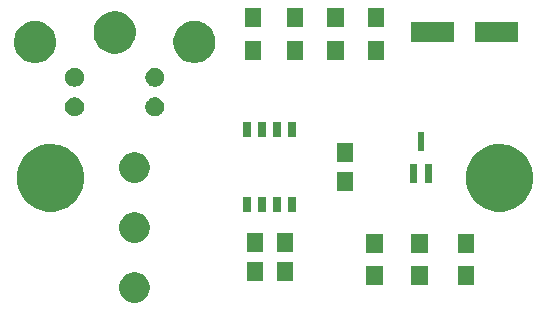
<source format=gbr>
G04 #@! TF.GenerationSoftware,KiCad,Pcbnew,(5.1.4)-1*
G04 #@! TF.CreationDate,2020-11-04T22:22:01+01:00*
G04 #@! TF.ProjectId,S-VHS ZX Spectrum Rev. D,532d5648-5320-45a5-9820-537065637472,rev?*
G04 #@! TF.SameCoordinates,Original*
G04 #@! TF.FileFunction,Soldermask,Top*
G04 #@! TF.FilePolarity,Negative*
%FSLAX46Y46*%
G04 Gerber Fmt 4.6, Leading zero omitted, Abs format (unit mm)*
G04 Created by KiCad (PCBNEW (5.1.4)-1) date 2020-11-04 22:22:01*
%MOMM*%
%LPD*%
G04 APERTURE LIST*
%ADD10C,0.150000*%
G04 APERTURE END LIST*
D10*
G36*
X146429393Y-110509304D02*
G01*
X146666101Y-110607352D01*
X146666103Y-110607353D01*
X146879135Y-110749696D01*
X147060304Y-110930865D01*
X147202647Y-111143897D01*
X147202648Y-111143899D01*
X147300696Y-111380607D01*
X147350680Y-111631893D01*
X147350680Y-111888107D01*
X147300696Y-112139393D01*
X147202648Y-112376101D01*
X147202647Y-112376103D01*
X147060304Y-112589135D01*
X146879135Y-112770304D01*
X146666103Y-112912647D01*
X146666102Y-112912648D01*
X146666101Y-112912648D01*
X146429393Y-113010696D01*
X146178107Y-113060680D01*
X145921893Y-113060680D01*
X145670607Y-113010696D01*
X145433899Y-112912648D01*
X145433898Y-112912648D01*
X145433897Y-112912647D01*
X145220865Y-112770304D01*
X145039696Y-112589135D01*
X144897353Y-112376103D01*
X144897352Y-112376101D01*
X144799304Y-112139393D01*
X144749320Y-111888107D01*
X144749320Y-111631893D01*
X144799304Y-111380607D01*
X144897352Y-111143899D01*
X144897353Y-111143897D01*
X145039696Y-110930865D01*
X145220865Y-110749696D01*
X145433897Y-110607353D01*
X145433899Y-110607352D01*
X145670607Y-110509304D01*
X145921893Y-110459320D01*
X146178107Y-110459320D01*
X146429393Y-110509304D01*
X146429393Y-110509304D01*
G37*
G36*
X174818000Y-111578000D02*
G01*
X173416000Y-111578000D01*
X173416000Y-109976000D01*
X174818000Y-109976000D01*
X174818000Y-111578000D01*
X174818000Y-111578000D01*
G37*
G36*
X167071000Y-111578000D02*
G01*
X165669000Y-111578000D01*
X165669000Y-109976000D01*
X167071000Y-109976000D01*
X167071000Y-111578000D01*
X167071000Y-111578000D01*
G37*
G36*
X170881000Y-111578000D02*
G01*
X169479000Y-111578000D01*
X169479000Y-109976000D01*
X170881000Y-109976000D01*
X170881000Y-111578000D01*
X170881000Y-111578000D01*
G37*
G36*
X159426000Y-111251000D02*
G01*
X158074000Y-111251000D01*
X158074000Y-109649000D01*
X159426000Y-109649000D01*
X159426000Y-111251000D01*
X159426000Y-111251000D01*
G37*
G36*
X156886000Y-111251000D02*
G01*
X155534000Y-111251000D01*
X155534000Y-109649000D01*
X156886000Y-109649000D01*
X156886000Y-111251000D01*
X156886000Y-111251000D01*
G37*
G36*
X174818000Y-108878000D02*
G01*
X173416000Y-108878000D01*
X173416000Y-107276000D01*
X174818000Y-107276000D01*
X174818000Y-108878000D01*
X174818000Y-108878000D01*
G37*
G36*
X170881000Y-108878000D02*
G01*
X169479000Y-108878000D01*
X169479000Y-107276000D01*
X170881000Y-107276000D01*
X170881000Y-108878000D01*
X170881000Y-108878000D01*
G37*
G36*
X167071000Y-108878000D02*
G01*
X165669000Y-108878000D01*
X165669000Y-107276000D01*
X167071000Y-107276000D01*
X167071000Y-108878000D01*
X167071000Y-108878000D01*
G37*
G36*
X159426000Y-108751000D02*
G01*
X158074000Y-108751000D01*
X158074000Y-107149000D01*
X159426000Y-107149000D01*
X159426000Y-108751000D01*
X159426000Y-108751000D01*
G37*
G36*
X156886000Y-108751000D02*
G01*
X155534000Y-108751000D01*
X155534000Y-107149000D01*
X156886000Y-107149000D01*
X156886000Y-108751000D01*
X156886000Y-108751000D01*
G37*
G36*
X146429393Y-105429304D02*
G01*
X146666101Y-105527352D01*
X146666103Y-105527353D01*
X146879135Y-105669696D01*
X147060304Y-105850865D01*
X147202647Y-106063897D01*
X147202648Y-106063899D01*
X147300696Y-106300607D01*
X147350680Y-106551893D01*
X147350680Y-106808107D01*
X147300696Y-107059393D01*
X147263579Y-107149000D01*
X147202647Y-107296103D01*
X147060304Y-107509135D01*
X146879135Y-107690304D01*
X146666103Y-107832647D01*
X146666102Y-107832648D01*
X146666101Y-107832648D01*
X146429393Y-107930696D01*
X146178107Y-107980680D01*
X145921893Y-107980680D01*
X145670607Y-107930696D01*
X145433899Y-107832648D01*
X145433898Y-107832648D01*
X145433897Y-107832647D01*
X145220865Y-107690304D01*
X145039696Y-107509135D01*
X144897353Y-107296103D01*
X144836421Y-107149000D01*
X144799304Y-107059393D01*
X144749320Y-106808107D01*
X144749320Y-106551893D01*
X144799304Y-106300607D01*
X144897352Y-106063899D01*
X144897353Y-106063897D01*
X145039696Y-105850865D01*
X145220865Y-105669696D01*
X145433897Y-105527353D01*
X145433899Y-105527352D01*
X145670607Y-105429304D01*
X145921893Y-105379320D01*
X146178107Y-105379320D01*
X146429393Y-105429304D01*
X146429393Y-105429304D01*
G37*
G36*
X155880000Y-105397500D02*
G01*
X155270000Y-105397500D01*
X155270000Y-104152500D01*
X155880000Y-104152500D01*
X155880000Y-105397500D01*
X155880000Y-105397500D01*
G37*
G36*
X159690000Y-105397500D02*
G01*
X159080000Y-105397500D01*
X159080000Y-104152500D01*
X159690000Y-104152500D01*
X159690000Y-105397500D01*
X159690000Y-105397500D01*
G37*
G36*
X157150000Y-105397500D02*
G01*
X156540000Y-105397500D01*
X156540000Y-104152500D01*
X157150000Y-104152500D01*
X157150000Y-105397500D01*
X157150000Y-105397500D01*
G37*
G36*
X158420000Y-105397500D02*
G01*
X157810000Y-105397500D01*
X157810000Y-104152500D01*
X158420000Y-104152500D01*
X158420000Y-105397500D01*
X158420000Y-105397500D01*
G37*
G36*
X177506202Y-99692781D02*
G01*
X177781606Y-99747562D01*
X178300455Y-99962476D01*
X178674524Y-100212421D01*
X178718792Y-100242000D01*
X178767407Y-100274484D01*
X179164516Y-100671593D01*
X179476524Y-101138545D01*
X179691438Y-101657394D01*
X179801000Y-102208201D01*
X179801000Y-102769799D01*
X179691438Y-103320606D01*
X179476524Y-103839455D01*
X179164516Y-104306407D01*
X178767407Y-104703516D01*
X178300455Y-105015524D01*
X177781606Y-105230438D01*
X177230800Y-105340000D01*
X176669200Y-105340000D01*
X176118394Y-105230438D01*
X175599545Y-105015524D01*
X175132593Y-104703516D01*
X174735484Y-104306407D01*
X174423476Y-103839455D01*
X174208562Y-103320606D01*
X174099000Y-102769799D01*
X174099000Y-102208201D01*
X174208562Y-101657394D01*
X174423476Y-101138545D01*
X174735484Y-100671593D01*
X175132593Y-100274484D01*
X175181209Y-100242000D01*
X175225476Y-100212421D01*
X175599545Y-99962476D01*
X176118394Y-99747562D01*
X176669200Y-99638000D01*
X177230800Y-99638000D01*
X177506202Y-99692781D01*
X177506202Y-99692781D01*
G37*
G36*
X139494202Y-99692781D02*
G01*
X139769606Y-99747562D01*
X140288455Y-99962476D01*
X140662524Y-100212421D01*
X140706792Y-100242000D01*
X140755407Y-100274484D01*
X141152516Y-100671593D01*
X141464524Y-101138545D01*
X141679438Y-101657394D01*
X141789000Y-102208201D01*
X141789000Y-102769799D01*
X141679438Y-103320606D01*
X141464524Y-103839455D01*
X141152516Y-104306407D01*
X140755407Y-104703516D01*
X140288455Y-105015524D01*
X139769606Y-105230438D01*
X139218800Y-105340000D01*
X138657200Y-105340000D01*
X138106394Y-105230438D01*
X137587545Y-105015524D01*
X137120593Y-104703516D01*
X136723484Y-104306407D01*
X136411476Y-103839455D01*
X136196562Y-103320606D01*
X136087000Y-102769799D01*
X136087000Y-102208201D01*
X136196562Y-101657394D01*
X136411476Y-101138545D01*
X136723484Y-100671593D01*
X137120593Y-100274484D01*
X137169209Y-100242000D01*
X137213476Y-100212421D01*
X137587545Y-99962476D01*
X138106394Y-99747562D01*
X138657200Y-99638000D01*
X139218800Y-99638000D01*
X139494202Y-99692781D01*
X139494202Y-99692781D01*
G37*
G36*
X164506000Y-103631000D02*
G01*
X163154000Y-103631000D01*
X163154000Y-102029000D01*
X164506000Y-102029000D01*
X164506000Y-103631000D01*
X164506000Y-103631000D01*
G37*
G36*
X169933000Y-102902000D02*
G01*
X169381000Y-102902000D01*
X169381000Y-101300000D01*
X169933000Y-101300000D01*
X169933000Y-102902000D01*
X169933000Y-102902000D01*
G37*
G36*
X171233000Y-102902000D02*
G01*
X170681000Y-102902000D01*
X170681000Y-101300000D01*
X171233000Y-101300000D01*
X171233000Y-102902000D01*
X171233000Y-102902000D01*
G37*
G36*
X146429393Y-100349304D02*
G01*
X146666101Y-100447352D01*
X146666103Y-100447353D01*
X146879135Y-100589696D01*
X147060304Y-100770865D01*
X147202647Y-100983897D01*
X147202648Y-100983899D01*
X147300696Y-101220607D01*
X147350680Y-101471893D01*
X147350680Y-101728107D01*
X147300696Y-101979393D01*
X147280148Y-102029000D01*
X147202647Y-102216103D01*
X147060304Y-102429135D01*
X146879135Y-102610304D01*
X146666103Y-102752647D01*
X146666102Y-102752648D01*
X146666101Y-102752648D01*
X146429393Y-102850696D01*
X146178107Y-102900680D01*
X145921893Y-102900680D01*
X145670607Y-102850696D01*
X145433899Y-102752648D01*
X145433898Y-102752648D01*
X145433897Y-102752647D01*
X145220865Y-102610304D01*
X145039696Y-102429135D01*
X144897353Y-102216103D01*
X144819852Y-102029000D01*
X144799304Y-101979393D01*
X144749320Y-101728107D01*
X144749320Y-101471893D01*
X144799304Y-101220607D01*
X144897352Y-100983899D01*
X144897353Y-100983897D01*
X145039696Y-100770865D01*
X145220865Y-100589696D01*
X145433897Y-100447353D01*
X145433899Y-100447352D01*
X145670607Y-100349304D01*
X145921893Y-100299320D01*
X146178107Y-100299320D01*
X146429393Y-100349304D01*
X146429393Y-100349304D01*
G37*
G36*
X164506000Y-101131000D02*
G01*
X163154000Y-101131000D01*
X163154000Y-99529000D01*
X164506000Y-99529000D01*
X164506000Y-101131000D01*
X164506000Y-101131000D01*
G37*
G36*
X170583000Y-100242000D02*
G01*
X170031000Y-100242000D01*
X170031000Y-98640000D01*
X170583000Y-98640000D01*
X170583000Y-100242000D01*
X170583000Y-100242000D01*
G37*
G36*
X159690000Y-99047500D02*
G01*
X159080000Y-99047500D01*
X159080000Y-97802500D01*
X159690000Y-97802500D01*
X159690000Y-99047500D01*
X159690000Y-99047500D01*
G37*
G36*
X158420000Y-99047500D02*
G01*
X157810000Y-99047500D01*
X157810000Y-97802500D01*
X158420000Y-97802500D01*
X158420000Y-99047500D01*
X158420000Y-99047500D01*
G37*
G36*
X157150000Y-99047500D02*
G01*
X156540000Y-99047500D01*
X156540000Y-97802500D01*
X157150000Y-97802500D01*
X157150000Y-99047500D01*
X157150000Y-99047500D01*
G37*
G36*
X155880000Y-99047500D02*
G01*
X155270000Y-99047500D01*
X155270000Y-97802500D01*
X155880000Y-97802500D01*
X155880000Y-99047500D01*
X155880000Y-99047500D01*
G37*
G36*
X148003642Y-95709781D02*
G01*
X148149414Y-95770162D01*
X148149416Y-95770163D01*
X148280608Y-95857822D01*
X148392178Y-95969392D01*
X148479837Y-96100584D01*
X148479838Y-96100586D01*
X148540219Y-96246358D01*
X148571000Y-96401107D01*
X148571000Y-96558893D01*
X148540219Y-96713642D01*
X148479838Y-96859414D01*
X148479837Y-96859416D01*
X148392178Y-96990608D01*
X148280608Y-97102178D01*
X148149416Y-97189837D01*
X148149415Y-97189838D01*
X148149414Y-97189838D01*
X148003642Y-97250219D01*
X147848893Y-97281000D01*
X147691107Y-97281000D01*
X147536358Y-97250219D01*
X147390586Y-97189838D01*
X147390585Y-97189838D01*
X147390584Y-97189837D01*
X147259392Y-97102178D01*
X147147822Y-96990608D01*
X147060163Y-96859416D01*
X147060162Y-96859414D01*
X146999781Y-96713642D01*
X146969000Y-96558893D01*
X146969000Y-96401107D01*
X146999781Y-96246358D01*
X147060162Y-96100586D01*
X147060163Y-96100584D01*
X147147822Y-95969392D01*
X147259392Y-95857822D01*
X147390584Y-95770163D01*
X147390586Y-95770162D01*
X147536358Y-95709781D01*
X147691107Y-95679000D01*
X147848893Y-95679000D01*
X148003642Y-95709781D01*
X148003642Y-95709781D01*
G37*
G36*
X141203642Y-95709781D02*
G01*
X141349414Y-95770162D01*
X141349416Y-95770163D01*
X141480608Y-95857822D01*
X141592178Y-95969392D01*
X141679837Y-96100584D01*
X141679838Y-96100586D01*
X141740219Y-96246358D01*
X141771000Y-96401107D01*
X141771000Y-96558893D01*
X141740219Y-96713642D01*
X141679838Y-96859414D01*
X141679837Y-96859416D01*
X141592178Y-96990608D01*
X141480608Y-97102178D01*
X141349416Y-97189837D01*
X141349415Y-97189838D01*
X141349414Y-97189838D01*
X141203642Y-97250219D01*
X141048893Y-97281000D01*
X140891107Y-97281000D01*
X140736358Y-97250219D01*
X140590586Y-97189838D01*
X140590585Y-97189838D01*
X140590584Y-97189837D01*
X140459392Y-97102178D01*
X140347822Y-96990608D01*
X140260163Y-96859416D01*
X140260162Y-96859414D01*
X140199781Y-96713642D01*
X140169000Y-96558893D01*
X140169000Y-96401107D01*
X140199781Y-96246358D01*
X140260162Y-96100586D01*
X140260163Y-96100584D01*
X140347822Y-95969392D01*
X140459392Y-95857822D01*
X140590584Y-95770163D01*
X140590586Y-95770162D01*
X140736358Y-95709781D01*
X140891107Y-95679000D01*
X141048893Y-95679000D01*
X141203642Y-95709781D01*
X141203642Y-95709781D01*
G37*
G36*
X148003642Y-93209781D02*
G01*
X148149414Y-93270162D01*
X148149416Y-93270163D01*
X148280608Y-93357822D01*
X148392178Y-93469392D01*
X148479837Y-93600584D01*
X148479838Y-93600586D01*
X148540219Y-93746358D01*
X148571000Y-93901107D01*
X148571000Y-94058893D01*
X148540219Y-94213642D01*
X148479838Y-94359414D01*
X148479837Y-94359416D01*
X148392178Y-94490608D01*
X148280608Y-94602178D01*
X148149416Y-94689837D01*
X148149415Y-94689838D01*
X148149414Y-94689838D01*
X148003642Y-94750219D01*
X147848893Y-94781000D01*
X147691107Y-94781000D01*
X147536358Y-94750219D01*
X147390586Y-94689838D01*
X147390585Y-94689838D01*
X147390584Y-94689837D01*
X147259392Y-94602178D01*
X147147822Y-94490608D01*
X147060163Y-94359416D01*
X147060162Y-94359414D01*
X146999781Y-94213642D01*
X146969000Y-94058893D01*
X146969000Y-93901107D01*
X146999781Y-93746358D01*
X147060162Y-93600586D01*
X147060163Y-93600584D01*
X147147822Y-93469392D01*
X147259392Y-93357822D01*
X147390584Y-93270163D01*
X147390586Y-93270162D01*
X147536358Y-93209781D01*
X147691107Y-93179000D01*
X147848893Y-93179000D01*
X148003642Y-93209781D01*
X148003642Y-93209781D01*
G37*
G36*
X141203642Y-93209781D02*
G01*
X141349414Y-93270162D01*
X141349416Y-93270163D01*
X141480608Y-93357822D01*
X141592178Y-93469392D01*
X141679837Y-93600584D01*
X141679838Y-93600586D01*
X141740219Y-93746358D01*
X141771000Y-93901107D01*
X141771000Y-94058893D01*
X141740219Y-94213642D01*
X141679838Y-94359414D01*
X141679837Y-94359416D01*
X141592178Y-94490608D01*
X141480608Y-94602178D01*
X141349416Y-94689837D01*
X141349415Y-94689838D01*
X141349414Y-94689838D01*
X141203642Y-94750219D01*
X141048893Y-94781000D01*
X140891107Y-94781000D01*
X140736358Y-94750219D01*
X140590586Y-94689838D01*
X140590585Y-94689838D01*
X140590584Y-94689837D01*
X140459392Y-94602178D01*
X140347822Y-94490608D01*
X140260163Y-94359416D01*
X140260162Y-94359414D01*
X140199781Y-94213642D01*
X140169000Y-94058893D01*
X140169000Y-93901107D01*
X140199781Y-93746358D01*
X140260162Y-93600586D01*
X140260163Y-93600584D01*
X140347822Y-93469392D01*
X140459392Y-93357822D01*
X140590584Y-93270163D01*
X140590586Y-93270162D01*
X140736358Y-93209781D01*
X140891107Y-93179000D01*
X141048893Y-93179000D01*
X141203642Y-93209781D01*
X141203642Y-93209781D01*
G37*
G36*
X151525372Y-89242193D02*
G01*
X151640228Y-89265039D01*
X151964804Y-89399482D01*
X152256915Y-89594665D01*
X152505335Y-89843085D01*
X152700518Y-90135196D01*
X152791836Y-90355659D01*
X152834961Y-90459773D01*
X152903500Y-90804339D01*
X152903500Y-91155661D01*
X152871424Y-91316915D01*
X152834961Y-91500228D01*
X152700518Y-91824804D01*
X152505335Y-92116915D01*
X152256915Y-92365335D01*
X151964804Y-92560518D01*
X151640228Y-92694961D01*
X151525372Y-92717807D01*
X151295661Y-92763500D01*
X150944339Y-92763500D01*
X150714628Y-92717807D01*
X150599772Y-92694961D01*
X150275196Y-92560518D01*
X149983085Y-92365335D01*
X149734665Y-92116915D01*
X149539482Y-91824804D01*
X149405039Y-91500228D01*
X149368576Y-91316915D01*
X149336500Y-91155661D01*
X149336500Y-90804339D01*
X149405039Y-90459773D01*
X149448164Y-90355659D01*
X149539482Y-90135196D01*
X149734665Y-89843085D01*
X149983085Y-89594665D01*
X150275196Y-89399482D01*
X150599772Y-89265039D01*
X150714628Y-89242193D01*
X150944339Y-89196500D01*
X151295661Y-89196500D01*
X151525372Y-89242193D01*
X151525372Y-89242193D01*
G37*
G36*
X138025372Y-89242193D02*
G01*
X138140228Y-89265039D01*
X138464804Y-89399482D01*
X138756915Y-89594665D01*
X139005335Y-89843085D01*
X139200518Y-90135196D01*
X139291836Y-90355659D01*
X139334961Y-90459773D01*
X139403500Y-90804339D01*
X139403500Y-91155661D01*
X139371424Y-91316915D01*
X139334961Y-91500228D01*
X139200518Y-91824804D01*
X139005335Y-92116915D01*
X138756915Y-92365335D01*
X138464804Y-92560518D01*
X138140228Y-92694961D01*
X138025372Y-92717807D01*
X137795661Y-92763500D01*
X137444339Y-92763500D01*
X137214628Y-92717807D01*
X137099772Y-92694961D01*
X136775196Y-92560518D01*
X136483085Y-92365335D01*
X136234665Y-92116915D01*
X136039482Y-91824804D01*
X135905039Y-91500228D01*
X135868576Y-91316915D01*
X135836500Y-91155661D01*
X135836500Y-90804339D01*
X135905039Y-90459773D01*
X135948164Y-90355659D01*
X136039482Y-90135196D01*
X136234665Y-89843085D01*
X136483085Y-89594665D01*
X136775196Y-89399482D01*
X137099772Y-89265039D01*
X137214628Y-89242193D01*
X137444339Y-89196500D01*
X137795661Y-89196500D01*
X138025372Y-89242193D01*
X138025372Y-89242193D01*
G37*
G36*
X167198000Y-92528000D02*
G01*
X165796000Y-92528000D01*
X165796000Y-90926000D01*
X167198000Y-90926000D01*
X167198000Y-92528000D01*
X167198000Y-92528000D01*
G37*
G36*
X160340000Y-92528000D02*
G01*
X158938000Y-92528000D01*
X158938000Y-90926000D01*
X160340000Y-90926000D01*
X160340000Y-92528000D01*
X160340000Y-92528000D01*
G37*
G36*
X156784000Y-92528000D02*
G01*
X155382000Y-92528000D01*
X155382000Y-90926000D01*
X156784000Y-90926000D01*
X156784000Y-92528000D01*
X156784000Y-92528000D01*
G37*
G36*
X163769000Y-92528000D02*
G01*
X162367000Y-92528000D01*
X162367000Y-90926000D01*
X163769000Y-90926000D01*
X163769000Y-92528000D01*
X163769000Y-92528000D01*
G37*
G36*
X144775372Y-88442193D02*
G01*
X144890228Y-88465039D01*
X145214804Y-88599482D01*
X145506915Y-88794665D01*
X145755335Y-89043085D01*
X145950518Y-89335196D01*
X146084961Y-89659772D01*
X146084961Y-89659773D01*
X146153500Y-90004339D01*
X146153500Y-90355661D01*
X146107807Y-90585372D01*
X146084961Y-90700228D01*
X145950518Y-91024804D01*
X145755335Y-91316915D01*
X145506915Y-91565335D01*
X145214804Y-91760518D01*
X144890228Y-91894961D01*
X144775372Y-91917807D01*
X144545661Y-91963500D01*
X144194339Y-91963500D01*
X143964628Y-91917807D01*
X143849772Y-91894961D01*
X143525196Y-91760518D01*
X143233085Y-91565335D01*
X142984665Y-91316915D01*
X142789482Y-91024804D01*
X142655039Y-90700228D01*
X142632193Y-90585372D01*
X142586500Y-90355661D01*
X142586500Y-90004339D01*
X142655039Y-89659773D01*
X142655039Y-89659772D01*
X142789482Y-89335196D01*
X142984665Y-89043085D01*
X143233085Y-88794665D01*
X143525196Y-88599482D01*
X143849772Y-88465039D01*
X143964628Y-88442193D01*
X144194339Y-88396500D01*
X144545661Y-88396500D01*
X144775372Y-88442193D01*
X144775372Y-88442193D01*
G37*
G36*
X178491000Y-91021000D02*
G01*
X174889000Y-91021000D01*
X174889000Y-89319000D01*
X178491000Y-89319000D01*
X178491000Y-91021000D01*
X178491000Y-91021000D01*
G37*
G36*
X173091000Y-91021000D02*
G01*
X169489000Y-91021000D01*
X169489000Y-89319000D01*
X173091000Y-89319000D01*
X173091000Y-91021000D01*
X173091000Y-91021000D01*
G37*
G36*
X160340000Y-89701000D02*
G01*
X158938000Y-89701000D01*
X158938000Y-88099000D01*
X160340000Y-88099000D01*
X160340000Y-89701000D01*
X160340000Y-89701000D01*
G37*
G36*
X156784000Y-89701000D02*
G01*
X155382000Y-89701000D01*
X155382000Y-88099000D01*
X156784000Y-88099000D01*
X156784000Y-89701000D01*
X156784000Y-89701000D01*
G37*
G36*
X167198000Y-89701000D02*
G01*
X165796000Y-89701000D01*
X165796000Y-88099000D01*
X167198000Y-88099000D01*
X167198000Y-89701000D01*
X167198000Y-89701000D01*
G37*
G36*
X163769000Y-89701000D02*
G01*
X162367000Y-89701000D01*
X162367000Y-88099000D01*
X163769000Y-88099000D01*
X163769000Y-89701000D01*
X163769000Y-89701000D01*
G37*
M02*

</source>
